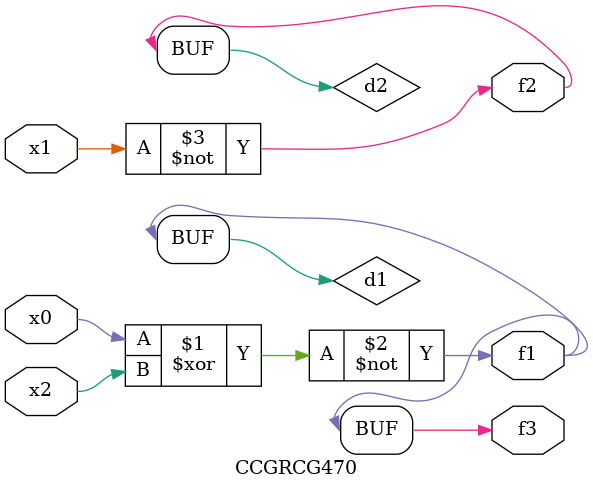
<source format=v>
module CCGRCG470(
	input x0, x1, x2,
	output f1, f2, f3
);

	wire d1, d2, d3;

	xnor (d1, x0, x2);
	nand (d2, x1);
	nor (d3, x1, x2);
	assign f1 = d1;
	assign f2 = d2;
	assign f3 = d1;
endmodule

</source>
